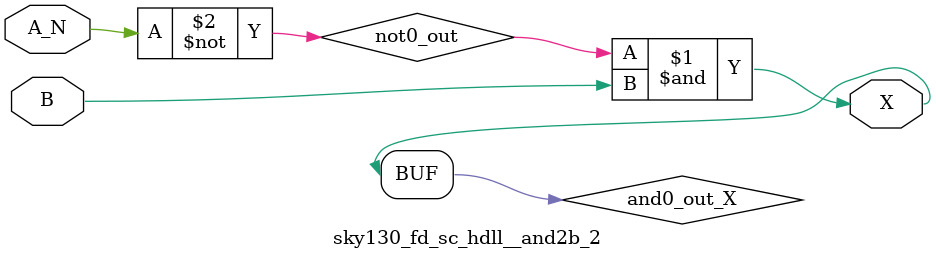
<source format=v>
/*
 * Copyright 2020 The SkyWater PDK Authors
 *
 * Licensed under the Apache License, Version 2.0 (the "License");
 * you may not use this file except in compliance with the License.
 * You may obtain a copy of the License at
 *
 *     https://www.apache.org/licenses/LICENSE-2.0
 *
 * Unless required by applicable law or agreed to in writing, software
 * distributed under the License is distributed on an "AS IS" BASIS,
 * WITHOUT WARRANTIES OR CONDITIONS OF ANY KIND, either express or implied.
 * See the License for the specific language governing permissions and
 * limitations under the License.
 *
 * SPDX-License-Identifier: Apache-2.0
*/


`ifndef SKY130_FD_SC_HDLL__AND2B_2_FUNCTIONAL_V
`define SKY130_FD_SC_HDLL__AND2B_2_FUNCTIONAL_V

/**
 * and2b: 2-input AND, first input inverted.
 *
 * Verilog simulation functional model.
 */

`timescale 1ns / 1ps
`default_nettype none

`celldefine
module sky130_fd_sc_hdll__and2b_2 (
    X  ,
    A_N,
    B
);

    // Module ports
    output X  ;
    input  A_N;
    input  B  ;

    // Local signals
    wire not0_out  ;
    wire and0_out_X;

    //  Name  Output      Other arguments
    not not0 (not0_out  , A_N            );
    and and0 (and0_out_X, not0_out, B    );
    buf buf0 (X         , and0_out_X     );

endmodule
`endcelldefine

`default_nettype wire
`endif  // SKY130_FD_SC_HDLL__AND2B_2_FUNCTIONAL_V

</source>
